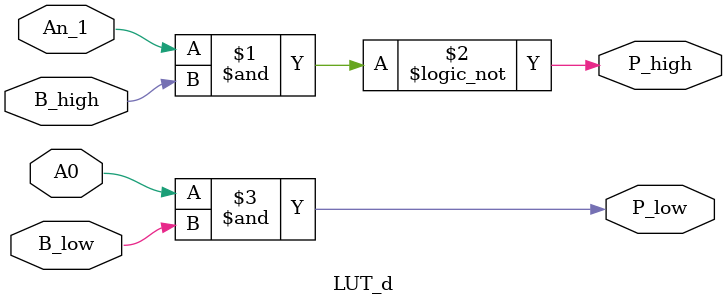
<source format=v>
`timescale 1ns/1ns
module LUT_d(
    input           A0          ,
    input           B_low       ,
    input           An_1        ,
    input           B_high      ,
    output          P_high      ,
    output          P_low       //             
);

   assign P_high = !(An_1 & B_high);
   assign P_low = A0 & B_low;

endmodule // LUT_d


</source>
